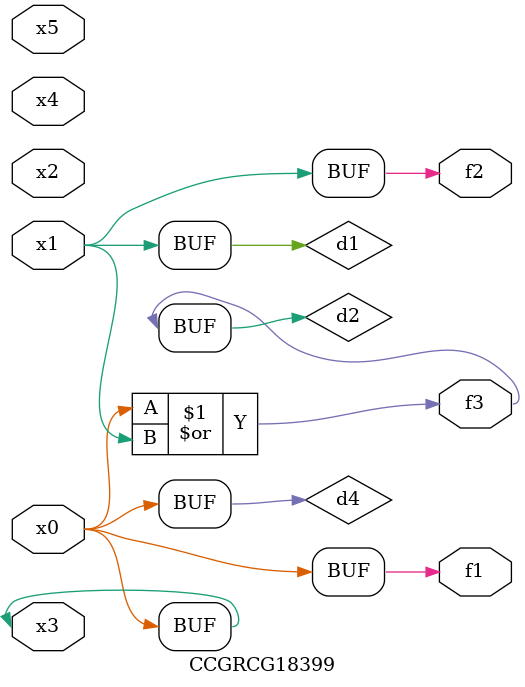
<source format=v>
module CCGRCG18399(
	input x0, x1, x2, x3, x4, x5,
	output f1, f2, f3
);

	wire d1, d2, d3, d4;

	and (d1, x1);
	or (d2, x0, x1);
	nand (d3, x0, x5);
	buf (d4, x0, x3);
	assign f1 = d4;
	assign f2 = d1;
	assign f3 = d2;
endmodule

</source>
